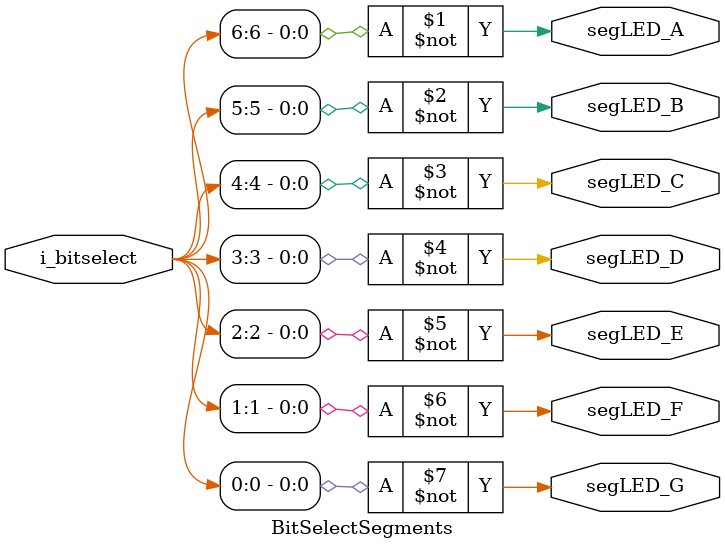
<source format=v>
/*
    Pass in i_bitselect in the format of bits as:
    ABCDEFG
*/

module BitSelectSegments
    (
        input [6:0] i_bitselect,
        output segLED_A,
        output segLED_B,
        output segLED_C,
        output segLED_D,
        output segLED_E,
        output segLED_F,
        output segLED_G
    );

    assign segLED_A = ~i_bitselect[6];
    assign segLED_B = ~i_bitselect[5];
    assign segLED_C = ~i_bitselect[4];
    assign segLED_D = ~i_bitselect[3];
    assign segLED_E = ~i_bitselect[2];
    assign segLED_F = ~i_bitselect[1];
    assign segLED_G = ~i_bitselect[0];

endmodule
</source>
